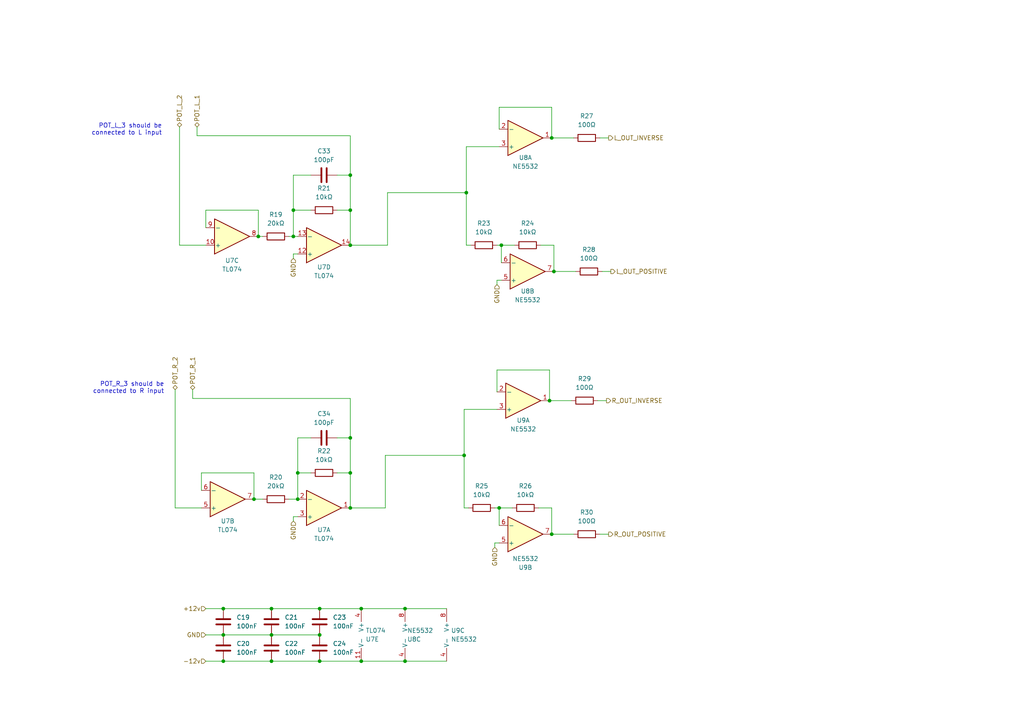
<source format=kicad_sch>
(kicad_sch (version 20250114) (generator "eeschema") (generator_version "9.0")
  (paper "A4")
  (title_block (title "Output") (date "2024-03-18") (rev "v1.1") (company "Free Modular"))
  (lib_symbols
    (symbol "Amplifier_Operational:NE5532" (pin_names (offset 0.127))
      (property "Reference" "U" (at 0 5.08 0))
      (property "Value" "NE5532" (at 0 -5.08 0))
      (symbol "NE5532_1_1"
        (polyline (pts (xy -5.08 5.08) (xy 5.08 0) (xy -5.08 -5.08) (xy -5.08 5.08)) (stroke (width 0.254)) (fill (type background)))
        (pin input line (at -7.62 2.54 0) (length 2.54) (name "+") (number "3"))
        (pin input line (at -7.62 -2.54 0) (length 2.54) (name "-") (number "2"))
        (pin output line (at 7.62 0 180) (length 2.54) (name "~") (number "1"))
      )
      (symbol "NE5532_2_1"
        (polyline (pts (xy -5.08 5.08) (xy 5.08 0) (xy -5.08 -5.08) (xy -5.08 5.08)) (stroke (width 0.254)) (fill (type background)))
        (pin input line (at -7.62 2.54 0) (length 2.54) (name "+") (number "5"))
        (pin input line (at -7.62 -2.54 0) (length 2.54) (name "-") (number "6"))
        (pin output line (at 7.62 0 180) (length 2.54) (name "~") (number "7"))
      )
      (symbol "NE5532_3_1"
        (pin power_in line (at -2.54 7.62 270) (length 3.81) (name "V+") (number "8"))
        (pin power_in line (at -2.54 -7.62 90) (length 3.81) (name "V-") (number "4"))
      )
    )
    (symbol "Amplifier_Operational:TL074" (pin_names (offset 0.127))
      (property "Reference" "U" (at 0 5.08 0))
      (property "Value" "TL074" (at 0 -5.08 0))
      (symbol "TL074_1_1"
        (polyline (pts (xy -5.08 5.08) (xy 5.08 0) (xy -5.08 -5.08) (xy -5.08 5.08)) (stroke (width 0.254)) (fill (type background)))
        (pin input line (at -7.62 2.54 0) (length 2.54) (name "+") (number "3"))
        (pin input line (at -7.62 -2.54 0) (length 2.54) (name "-") (number "2"))
        (pin output line (at 7.62 0 180) (length 2.54) (name "~") (number "1"))
      )
      (symbol "TL074_2_1"
        (polyline (pts (xy -5.08 5.08) (xy 5.08 0) (xy -5.08 -5.08) (xy -5.08 5.08)) (stroke (width 0.254)) (fill (type background)))
        (pin input line (at -7.62 2.54 0) (length 2.54) (name "+") (number "5"))
        (pin input line (at -7.62 -2.54 0) (length 2.54) (name "-") (number "6"))
        (pin output line (at 7.62 0 180) (length 2.54) (name "~") (number "7"))
      )
      (symbol "TL074_3_1"
        (polyline (pts (xy -5.08 5.08) (xy 5.08 0) (xy -5.08 -5.08) (xy -5.08 5.08)) (stroke (width 0.254)) (fill (type background)))
        (pin input line (at -7.62 2.54 0) (length 2.54) (name "+") (number "10"))
        (pin input line (at -7.62 -2.54 0) (length 2.54) (name "-") (number "9"))
        (pin output line (at 7.62 0 180) (length 2.54) (name "~") (number "8"))
      )
      (symbol "TL074_4_1"
        (polyline (pts (xy -5.08 5.08) (xy 5.08 0) (xy -5.08 -5.08) (xy -5.08 5.08)) (stroke (width 0.254)) (fill (type background)))
        (pin input line (at -7.62 2.54 0) (length 2.54) (name "+") (number "12"))
        (pin input line (at -7.62 -2.54 0) (length 2.54) (name "-") (number "13"))
        (pin output line (at 7.62 0 180) (length 2.54) (name "~") (number "14"))
      )
      (symbol "TL074_5_1"
        (pin power_in line (at -2.54 7.62 270) (length 3.81) (name "V+") (number "4"))
        (pin power_in line (at -2.54 -7.62 90) (length 3.81) (name "V-") (number "11"))
      )
    )
    (symbol "Device:C" (pin_numbers (hide yes)) (pin_names (offset 0.254))
      (property "Reference" "C" (at 0.635 2.54 0))
      (property "Value" "C" (at 0.635 -2.54 0))
      (symbol "C_0_1"
        (polyline (pts (xy -2.032 0.762) (xy 2.032 0.762)) (stroke (width 0.508)))
        (polyline (pts (xy -2.032 -0.762) (xy 2.032 -0.762)) (stroke (width 0.508)))
      )
      (symbol "C_1_1"
        (pin passive line (at 0 3.81 270) (length 2.794) (name "~") (number "1"))
        (pin passive line (at 0 -3.81 90) (length 2.794) (name "~") (number "2"))
      )
    )
    (symbol "Device:R" (pin_numbers (hide yes)) (pin_names (offset 0))
      (property "Reference" "R" (at 2.032 0 90))
      (property "Value" "R" (at 0 0 90))
      (symbol "R_0_1"
        (rectangle (start -1.016 -2.54) (end 1.016 2.54) (stroke (width 0.254)))
      )
      (symbol "R_1_1"
        (pin passive line (at 0 3.81 270) (length 1.27) (name "~") (number "1"))
        (pin passive line (at 0 -3.81 90) (length 1.27) (name "~") (number "2"))
      )
    )
  )
  (text "POT_R_3 should be\nconnected to R input" (at 47.625 114.3 0) (effects (font (size 1.27 1.27)) (justify right bottom)))
  (text "POT_L_3 should be\nconnected to L input" (at 46.99 39.37 0) (effects (font (size 1.27 1.27)) (justify right bottom)))
  (junction (at 92.71 184.15))
  (junction (at 134.62 132.08))
  (junction (at 101.6 127))
  (junction (at 101.6 50.8))
  (junction (at 160.02 154.94))
  (junction (at 64.77 191.77))
  (junction (at 159.385 116.205))
  (junction (at 145.415 71.12))
  (junction (at 101.6 137.16))
  (junction (at 104.775 191.77))
  (junction (at 144.78 147.32))
  (junction (at 117.475 176.53))
  (junction (at 160.02 40.005))
  (junction (at 135.255 55.88))
  (junction (at 78.74 176.53))
  (junction (at 86.36 137.16))
  (junction (at 104.775 176.53))
  (junction (at 160.655 78.74))
  (junction (at 101.6 147.32))
  (junction (at 64.77 176.53))
  (junction (at 92.71 191.77))
  (junction (at 64.77 184.15))
  (junction (at 85.09 68.58))
  (junction (at 92.71 176.53))
  (junction (at 85.09 60.96))
  (junction (at 78.74 191.77))
  (junction (at 74.93 68.58))
  (junction (at 117.475 191.77))
  (junction (at 101.6 60.96))
  (junction (at 86.36 144.78))
  (junction (at 73.66 144.78))
  (junction (at 78.74 184.15))
  (junction (at 101.6 71.12))
  (wire (pts (xy 86.36 127) (xy 90.17 127)))
  (wire (pts (xy 134.62 118.745) (xy 144.145 118.745)))
  (wire (pts (xy 59.69 66.04) (xy 59.69 60.96)))
  (wire (pts (xy 160.02 147.32) (xy 160.02 154.94)))
  (wire (pts (xy 85.09 73.66) (xy 85.09 74.93)))
  (wire (pts (xy 112.395 55.88) (xy 135.255 55.88)))
  (wire (pts (xy 59.69 191.77) (xy 64.77 191.77)))
  (wire (pts (xy 85.09 68.58) (xy 86.36 68.58)))
  (wire (pts (xy 52.07 71.12) (xy 59.69 71.12)))
  (wire (pts (xy 97.79 50.8) (xy 101.6 50.8)))
  (wire (pts (xy 86.36 127) (xy 86.36 137.16)))
  (wire (pts (xy 59.69 176.53) (xy 64.77 176.53)))
  (wire (pts (xy 55.88 115.57) (xy 101.6 115.57)))
  (wire (pts (xy 144.78 37.465) (xy 144.78 31.115)))
  (wire (pts (xy 111.76 132.08) (xy 111.76 147.32)))
  (wire (pts (xy 174.625 78.74) (xy 177.165 78.74)))
  (wire (pts (xy 173.99 154.94) (xy 176.53 154.94)))
  (wire (pts (xy 50.8 147.32) (xy 58.42 147.32)))
  (wire (pts (xy 156.845 71.12) (xy 160.655 71.12)))
  (wire (pts (xy 144.78 31.115) (xy 160.02 31.115)))
  (wire (pts (xy 135.255 71.12) (xy 136.525 71.12)))
  (wire (pts (xy 78.74 191.77) (xy 92.71 191.77)))
  (wire (pts (xy 101.6 39.37) (xy 101.6 50.8)))
  (wire (pts (xy 57.15 36.83) (xy 57.15 39.37)))
  (wire (pts (xy 73.66 137.16) (xy 73.66 144.78)))
  (wire (pts (xy 104.775 176.53) (xy 117.475 176.53)))
  (wire (pts (xy 85.09 50.8) (xy 90.17 50.8)))
  (wire (pts (xy 143.51 147.32) (xy 144.78 147.32)))
  (wire (pts (xy 52.07 36.83) (xy 52.07 71.12)))
  (wire (pts (xy 64.77 184.15) (xy 78.74 184.15)))
  (wire (pts (xy 92.71 191.77) (xy 104.775 191.77)))
  (wire (pts (xy 134.62 147.32) (xy 135.89 147.32)))
  (wire (pts (xy 160.655 71.12) (xy 160.655 78.74)))
  (wire (pts (xy 160.02 31.115) (xy 160.02 40.005)))
  (wire (pts (xy 160.02 154.94) (xy 166.37 154.94)))
  (wire (pts (xy 85.09 149.86) (xy 85.09 151.13)))
  (wire (pts (xy 55.88 113.03) (xy 55.88 115.57)))
  (wire (pts (xy 160.655 78.74) (xy 167.005 78.74)))
  (wire (pts (xy 50.8 113.03) (xy 50.8 147.32)))
  (wire (pts (xy 85.09 73.66) (xy 86.36 73.66)))
  (wire (pts (xy 58.42 137.16) (xy 73.66 137.16)))
  (wire (pts (xy 135.255 42.545) (xy 144.78 42.545)))
  (wire (pts (xy 135.255 42.545) (xy 135.255 55.88)))
  (wire (pts (xy 101.6 71.12) (xy 112.395 71.12)))
  (wire (pts (xy 144.145 113.665) (xy 144.145 107.315)))
  (wire (pts (xy 111.76 132.08) (xy 134.62 132.08)))
  (wire (pts (xy 143.51 157.48) (xy 144.78 157.48)))
  (wire (pts (xy 134.62 132.08) (xy 134.62 147.32)))
  (wire (pts (xy 64.77 176.53) (xy 78.74 176.53)))
  (wire (pts (xy 156.21 147.32) (xy 160.02 147.32)))
  (wire (pts (xy 135.255 55.88) (xy 135.255 71.12)))
  (wire (pts (xy 85.09 60.96) (xy 90.17 60.96)))
  (wire (pts (xy 101.6 127) (xy 101.6 137.16)))
  (wire (pts (xy 97.79 127) (xy 101.6 127)))
  (wire (pts (xy 144.145 81.28) (xy 145.415 81.28)))
  (wire (pts (xy 117.475 191.77) (xy 129.54 191.77)))
  (wire (pts (xy 144.145 81.28) (xy 144.145 82.55)))
  (wire (pts (xy 144.145 71.12) (xy 145.415 71.12)))
  (wire (pts (xy 97.79 137.16) (xy 101.6 137.16)))
  (wire (pts (xy 74.93 68.58) (xy 76.2 68.58)))
  (wire (pts (xy 59.69 184.15) (xy 64.77 184.15)))
  (wire (pts (xy 134.62 118.745) (xy 134.62 132.08)))
  (wire (pts (xy 101.6 147.32) (xy 111.76 147.32)))
  (wire (pts (xy 85.09 68.58) (xy 85.09 60.96)))
  (wire (pts (xy 92.71 176.53) (xy 104.775 176.53)))
  (wire (pts (xy 57.15 39.37) (xy 101.6 39.37)))
  (wire (pts (xy 59.69 60.96) (xy 74.93 60.96)))
  (wire (pts (xy 101.6 60.96) (xy 101.6 71.12)))
  (wire (pts (xy 86.36 137.16) (xy 86.36 144.78)))
  (wire (pts (xy 117.475 176.53) (xy 129.54 176.53)))
  (wire (pts (xy 159.385 107.315) (xy 159.385 116.205)))
  (wire (pts (xy 144.78 152.4) (xy 144.78 147.32)))
  (wire (pts (xy 58.42 137.16) (xy 58.42 142.24)))
  (wire (pts (xy 173.355 116.205) (xy 175.895 116.205)))
  (wire (pts (xy 78.74 184.15) (xy 92.71 184.15)))
  (wire (pts (xy 112.395 55.88) (xy 112.395 71.12)))
  (wire (pts (xy 101.6 50.8) (xy 101.6 60.96)))
  (wire (pts (xy 159.385 116.205) (xy 165.735 116.205)))
  (wire (pts (xy 73.66 144.78) (xy 76.2 144.78)))
  (wire (pts (xy 64.77 191.77) (xy 78.74 191.77)))
  (wire (pts (xy 101.6 137.16) (xy 101.6 147.32)))
  (wire (pts (xy 160.02 40.005) (xy 166.37 40.005)))
  (wire (pts (xy 85.09 60.96) (xy 85.09 50.8)))
  (wire (pts (xy 145.415 76.2) (xy 145.415 71.12)))
  (wire (pts (xy 97.79 60.96) (xy 101.6 60.96)))
  (wire (pts (xy 144.78 147.32) (xy 148.59 147.32)))
  (wire (pts (xy 173.99 40.005) (xy 176.53 40.005)))
  (wire (pts (xy 104.775 191.77) (xy 117.475 191.77)))
  (wire (pts (xy 143.51 157.48) (xy 143.51 158.75)))
  (wire (pts (xy 101.6 115.57) (xy 101.6 127)))
  (wire (pts (xy 85.09 149.86) (xy 86.36 149.86)))
  (wire (pts (xy 74.93 60.96) (xy 74.93 68.58)))
  (wire (pts (xy 145.415 71.12) (xy 149.225 71.12)))
  (wire (pts (xy 83.82 144.78) (xy 86.36 144.78)))
  (wire (pts (xy 86.36 137.16) (xy 90.17 137.16)))
  (wire (pts (xy 78.74 176.53) (xy 92.71 176.53)))
  (wire (pts (xy 144.145 107.315) (xy 159.385 107.315)))
  (wire (pts (xy 83.82 68.58) (xy 85.09 68.58)))
  (hierarchical_label "R_OUT_POSITIVE" (shape output) (at 176.53 154.94 0))
  (hierarchical_label "+12v" (shape input) (at 59.69 176.53 180))
  (hierarchical_label "POT_R_1" (shape bidirectional) (at 55.88 113.03 90))
  (hierarchical_label "R_OUT_INVERSE" (shape output) (at 175.895 116.205 0))
  (hierarchical_label "POT_L_1" (shape bidirectional) (at 57.15 36.83 90))
  (hierarchical_label "L_OUT_INVERSE" (shape output) (at 176.53 40.005 0))
  (hierarchical_label "GND" (shape input) (at 85.09 74.93 270))
  (hierarchical_label "GND" (shape input) (at 143.51 158.75 270))
  (hierarchical_label "-12v" (shape input) (at 59.69 191.77 180))
  (hierarchical_label "POT_L_2" (shape bidirectional) (at 52.07 36.83 90))
  (hierarchical_label "POT_R_2" (shape bidirectional) (at 50.8 113.03 90))
  (hierarchical_label "GND" (shape input) (at 85.09 151.13 270))
  (hierarchical_label "GND" (shape input) (at 144.145 82.55 270))
  (hierarchical_label "L_OUT_POSITIVE" (shape output) (at 177.165 78.74 0))
  (hierarchical_label "GND" (shape input) (at 59.69 184.15 180))
  (symbol (lib_id "Device:R") (at 140.335 71.12 90) (unit 1)
    (property "Reference" "R23" (at 140.335 64.77 90))
    (property "Value" "10kΩ" (at 140.335 67.31 90))
    (property "Footprint" "Resistor_THT:R_Axial_DIN0207_L6.3mm_D2.5mm_P10.16mm_Horizontal" (effects (hide yes)))
    (property "Datasheet" "https://www.taydaelectronics.com/datasheets/files/royalohmprecisionmetalmf.pdf" (effects (hide yes)))
  )
  (symbol (lib_id "Amplifier_Operational:NE5532") (at 132.08 184.15 0) (unit 3)
    (property "Reference" "U9" (at 130.81 182.88 0) (effects (justify left)))
    (property "Value" "NE5532" (at 130.81 185.42 0) (effects (justify left)))
    (property "Footprint" "Package_DIP:DIP-8_W7.62mm" (effects (hide yes)))
    (property "Datasheet" "https://www.taydaelectronics.com/ne5532-5532-ic-dual-low-noise-op-amp.html" (effects (hide yes)))
  )
  (symbol (lib_id "Device:C") (at 92.71 187.96 180) (unit 1)
    (property "Reference" "C24" (at 96.52 186.69 0) (effects (justify right)))
    (property "Value" "100nF" (at 96.52 189.23 0) (effects (justify right)))
    (property "Footprint" "Capacitor_THT:C_Disc_D4.7mm_W2.5mm_P5.00mm" (effects (hide yes)))
    (property "Datasheet" "https://www.taydaelectronics.com/a-553-0-1uf-50v-ceramic-disc-capacitor-pkg-of-10.html" (effects (hide yes)))
  )
  (symbol (lib_id "Amplifier_Operational:TL074") (at 93.98 71.12 0) (mirror x) (unit 4)
    (property "Reference" "U7" (at 93.98 77.47 0))
    (property "Value" "TL074" (at 93.98 80.01 0))
    (property "Footprint" "Package_DIP:DIP-14_W7.62mm" (effects (hide yes)))
    (property "Datasheet" "http://www.ti.com/lit/ds/symlink/tl071.pdf" (effects (hide yes)))
  )
  (symbol (lib_id "Amplifier_Operational:TL074") (at 102.235 184.15 0) (mirror y) (unit 5)
    (property "Reference" "U7" (at 106.045 185.42 0) (effects (justify right)))
    (property "Value" "TL074" (at 106.045 182.88 0) (effects (justify right)))
    (property "Footprint" "Package_DIP:DIP-14_W7.62mm" (effects (hide yes)))
    (property "Datasheet" "http://www.ti.com/lit/ds/symlink/tl071.pdf" (effects (hide yes)))
  )
  (symbol (lib_id "Amplifier_Operational:TL074") (at 67.31 68.58 0) (mirror x) (unit 3)
    (property "Reference" "U7" (at 67.31 75.565 0))
    (property "Value" "TL074" (at 67.31 78.105 0))
    (property "Footprint" "Package_DIP:DIP-14_W7.62mm" (effects (hide yes)))
    (property "Datasheet" "http://www.ti.com/lit/ds/symlink/tl071.pdf" (effects (hide yes)))
  )
  (symbol (lib_id "Amplifier_Operational:NE5532") (at 151.765 116.205 0) (mirror x) (unit 1)
    (property "Reference" "U9" (at 151.765 121.92 0))
    (property "Value" "NE5532" (at 151.765 124.46 0))
    (property "Footprint" "Package_DIP:DIP-8_W7.62mm" (effects (hide yes)))
    (property "Datasheet" "https://www.taydaelectronics.com/ne5532-5532-ic-dual-low-noise-op-amp.html" (effects (hide yes)))
  )
  (symbol (lib_id "Device:C") (at 64.77 180.34 180) (unit 1)
    (property "Reference" "C19" (at 68.58 179.07 0) (effects (justify right)))
    (property "Value" "100nF" (at 68.58 181.61 0) (effects (justify right)))
    (property "Footprint" "Capacitor_THT:C_Disc_D4.7mm_W2.5mm_P5.00mm" (effects (hide yes)))
    (property "Datasheet" "https://www.taydaelectronics.com/a-553-0-1uf-50v-ceramic-disc-capacitor-pkg-of-10.html" (effects (hide yes)))
  )
  (symbol (lib_id "Amplifier_Operational:NE5532") (at 153.035 78.74 0) (mirror x) (unit 2)
    (property "Reference" "U8" (at 153.035 84.455 0))
    (property "Value" "NE5532" (at 153.035 86.995 0))
    (property "Footprint" "Package_DIP:DIP-8_W7.62mm" (effects (hide yes)))
    (property "Datasheet" "https://www.taydaelectronics.com/ne5532-5532-ic-dual-low-noise-op-amp.html" (effects (hide yes)))
  )
  (symbol (lib_id "Device:C") (at 64.77 187.96 180) (unit 1)
    (property "Reference" "C20" (at 68.58 186.69 0) (effects (justify right)))
    (property "Value" "100nF" (at 68.58 189.23 0) (effects (justify right)))
    (property "Footprint" "Capacitor_THT:C_Disc_D4.7mm_W2.5mm_P5.00mm" (effects (hide yes)))
    (property "Datasheet" "https://www.taydaelectronics.com/a-553-0-1uf-50v-ceramic-disc-capacitor-pkg-of-10.html" (effects (hide yes)))
  )
  (symbol (lib_id "Device:R") (at 152.4 147.32 90) (unit 1)
    (property "Reference" "R26" (at 152.4 140.97 90))
    (property "Value" "10kΩ" (at 152.4 143.51 90))
    (property "Footprint" "Resistor_THT:R_Axial_DIN0207_L6.3mm_D2.5mm_P10.16mm_Horizontal" (effects (hide yes)))
    (property "Datasheet" "https://www.taydaelectronics.com/datasheets/files/royalohmprecisionmetalmf.pdf" (effects (hide yes)))
  )
  (symbol (lib_id "Device:R") (at 93.98 137.16 90) (unit 1)
    (property "Reference" "R22" (at 93.98 130.81 90))
    (property "Value" "10kΩ" (at 93.98 133.35 90))
    (property "Footprint" "Resistor_THT:R_Axial_DIN0207_L6.3mm_D2.5mm_P10.16mm_Horizontal" (effects (hide yes)))
    (property "Datasheet" "https://www.taydaelectronics.com/datasheets/files/royalohmprecisionmetalmf.pdf" (effects (hide yes)))
  )
  (symbol (lib_id "Device:R") (at 170.815 78.74 90) (unit 1)
    (property "Reference" "R28" (at 170.815 72.39 90))
    (property "Value" "100Ω" (at 170.815 74.93 90))
    (property "Footprint" "Resistor_THT:R_Axial_DIN0207_L6.3mm_D2.5mm_P10.16mm_Horizontal" (effects (hide yes)))
    (property "Datasheet" "reichelt" (effects (hide yes)))
  )
  (symbol (lib_id "Amplifier_Operational:TL074") (at 93.98 147.32 0) (mirror x) (unit 1)
    (property "Reference" "U7" (at 93.98 153.67 0))
    (property "Value" "TL074" (at 93.98 156.21 0))
    (property "Footprint" "Package_DIP:DIP-14_W7.62mm" (effects (hide yes)))
    (property "Datasheet" "http://www.ti.com/lit/ds/symlink/tl071.pdf" (effects (hide yes)))
  )
  (symbol (lib_id "Device:R") (at 169.545 116.205 90) (unit 1)
    (property "Reference" "R29" (at 169.545 109.855 90))
    (property "Value" "100Ω" (at 169.545 112.395 90))
    (property "Footprint" "Resistor_THT:R_Axial_DIN0207_L6.3mm_D2.5mm_P10.16mm_Horizontal" (effects (hide yes)))
    (property "Datasheet" "reichelt" (effects (hide yes)))
  )
  (symbol (lib_id "Device:R") (at 80.01 68.58 90) (unit 1)
    (property "Reference" "R19" (at 80.01 62.23 90))
    (property "Value" "20kΩ" (at 80.01 64.77 90))
    (property "Footprint" "Resistor_THT:R_Axial_DIN0207_L6.3mm_D2.5mm_P10.16mm_Horizontal" (effects (hide yes)))
    (property "Datasheet" "https://www.taydaelectronics.com/datasheets/files/royalohmprecisionmetalmf.pdf" (effects (hide yes)))
  )
  (symbol (lib_id "Device:R") (at 93.98 60.96 90) (unit 1)
    (property "Reference" "R21" (at 93.98 54.61 90))
    (property "Value" "10kΩ" (at 93.98 57.15 90))
    (property "Footprint" "Resistor_THT:R_Axial_DIN0207_L6.3mm_D2.5mm_P10.16mm_Horizontal" (effects (hide yes)))
    (property "Datasheet" "https://www.taydaelectronics.com/datasheets/files/royalohmprecisionmetalmf.pdf" (effects (hide yes)))
  )
  (symbol (lib_id "Amplifier_Operational:NE5532") (at 152.4 40.005 0) (mirror x) (unit 1)
    (property "Reference" "U8" (at 152.4 45.72 0))
    (property "Value" "NE5532" (at 152.4 48.26 0))
    (property "Footprint" "Package_DIP:DIP-8_W7.62mm" (effects (hide yes)))
    (property "Datasheet" "https://www.taydaelectronics.com/ne5532-5532-ic-dual-low-noise-op-amp.html" (effects (hide yes)))
  )
  (symbol (lib_id "Device:C") (at 78.74 187.96 180) (unit 1)
    (property "Reference" "C22" (at 82.55 186.69 0) (effects (justify right)))
    (property "Value" "100nF" (at 82.55 189.23 0) (effects (justify right)))
    (property "Footprint" "Capacitor_THT:C_Disc_D4.7mm_W2.5mm_P5.00mm" (effects (hide yes)))
    (property "Datasheet" "https://www.taydaelectronics.com/a-553-0-1uf-50v-ceramic-disc-capacitor-pkg-of-10.html" (effects (hide yes)))
  )
  (symbol (lib_id "Device:R") (at 153.035 71.12 90) (unit 1)
    (property "Reference" "R24" (at 153.035 64.77 90))
    (property "Value" "10kΩ" (at 153.035 67.31 90))
    (property "Footprint" "Resistor_THT:R_Axial_DIN0207_L6.3mm_D2.5mm_P10.16mm_Horizontal" (effects (hide yes)))
    (property "Datasheet" "https://www.taydaelectronics.com/datasheets/files/royalohmprecisionmetalmf.pdf" (effects (hide yes)))
  )
  (symbol (lib_id "Device:C") (at 78.74 180.34 180) (unit 1)
    (property "Reference" "C21" (at 82.55 179.07 0) (effects (justify right)))
    (property "Value" "100nF" (at 82.55 181.61 0) (effects (justify right)))
    (property "Footprint" "Capacitor_THT:C_Disc_D4.7mm_W2.5mm_P5.00mm" (effects (hide yes)))
    (property "Datasheet" "https://www.taydaelectronics.com/a-553-0-1uf-50v-ceramic-disc-capacitor-pkg-of-10.html" (effects (hide yes)))
  )
  (symbol (lib_id "Amplifier_Operational:NE5532") (at 152.4 154.94 0) (mirror x) (unit 2)
    (property "Reference" "U9" (at 152.4 164.592 0))
    (property "Value" "NE5532" (at 152.4 162.052 0))
    (property "Footprint" "Package_DIP:DIP-8_W7.62mm" (effects (hide yes)))
    (property "Datasheet" "https://www.taydaelectronics.com/ne5532-5532-ic-dual-low-noise-op-amp.html" (effects (hide yes)))
  )
  (symbol (lib_id "Device:R") (at 170.18 154.94 90) (unit 1)
    (property "Reference" "R30" (at 170.18 148.59 90))
    (property "Value" "100Ω" (at 170.18 151.13 90))
    (property "Footprint" "Resistor_THT:R_Axial_DIN0207_L6.3mm_D2.5mm_P10.16mm_Horizontal" (effects (hide yes)))
    (property "Datasheet" "reichelt" (effects (hide yes)))
  )
  (symbol (lib_id "Amplifier_Operational:NE5532") (at 114.935 184.15 0) (mirror y) (unit 3)
    (property "Reference" "U8" (at 118.11 185.42 0) (effects (justify right)))
    (property "Value" "NE5532" (at 118.11 182.88 0) (effects (justify right)))
    (property "Footprint" "Package_DIP:DIP-8_W7.62mm" (effects (hide yes)))
    (property "Datasheet" "https://www.taydaelectronics.com/ne5532-5532-ic-dual-low-noise-op-amp.html" (effects (hide yes)))
  )
  (symbol (lib_id "Device:C") (at 93.98 127 90) (unit 1)
    (property "Reference" "C34" (at 93.98 120.015 90))
    (property "Value" "100pF" (at 93.98 122.555 90))
    (property "Footprint" "Capacitor_THT:C_Disc_D4.7mm_W2.5mm_P5.00mm" (effects (hide yes)))
    (property "Datasheet" "https://www.taydaelectronics.com/10-x-100pf-50v-ceramic-disc-capacitor-pkg-of-10.html" (effects (hide yes)))
  )
  (symbol (lib_id "Amplifier_Operational:TL074") (at 66.04 144.78 0) (mirror x) (unit 2)
    (property "Reference" "U7" (at 66.04 151.13 0))
    (property "Value" "TL074" (at 66.04 153.67 0))
    (property "Footprint" "Package_DIP:DIP-14_W7.62mm" (effects (hide yes)))
    (property "Datasheet" "http://www.ti.com/lit/ds/symlink/tl071.pdf" (effects (hide yes)))
  )
  (symbol (lib_id "Device:R") (at 80.01 144.78 90) (unit 1)
    (property "Reference" "R20" (at 80.01 138.43 90))
    (property "Value" "20kΩ" (at 80.01 140.97 90))
    (property "Footprint" "Resistor_THT:R_Axial_DIN0207_L6.3mm_D2.5mm_P10.16mm_Horizontal" (effects (hide yes)))
    (property "Datasheet" "https://www.taydaelectronics.com/datasheets/files/royalohmprecisionmetalmf.pdf" (effects (hide yes)))
  )
  (symbol (lib_id "Device:C") (at 93.98 50.8 90) (unit 1)
    (property "Reference" "C33" (at 93.98 43.815 90))
    (property "Value" "100pF" (at 93.98 46.355 90))
    (property "Footprint" "Capacitor_THT:C_Disc_D4.7mm_W2.5mm_P5.00mm" (effects (hide yes)))
    (property "Datasheet" "https://www.taydaelectronics.com/10-x-100pf-50v-ceramic-disc-capacitor-pkg-of-10.html" (effects (hide yes)))
  )
  (symbol (lib_id "Device:R") (at 139.7 147.32 90) (unit 1)
    (property "Reference" "R25" (at 139.7 140.97 90))
    (property "Value" "10kΩ" (at 139.7 143.51 90))
    (property "Footprint" "Resistor_THT:R_Axial_DIN0207_L6.3mm_D2.5mm_P10.16mm_Horizontal" (effects (hide yes)))
    (property "Datasheet" "https://www.taydaelectronics.com/datasheets/files/royalohmprecisionmetalmf.pdf" (effects (hide yes)))
  )
  (symbol (lib_id "Device:C") (at 92.71 180.34 180) (unit 1)
    (property "Reference" "C23" (at 96.52 179.07 0) (effects (justify right)))
    (property "Value" "100nF" (at 96.52 181.61 0) (effects (justify right)))
    (property "Footprint" "Capacitor_THT:C_Disc_D4.7mm_W2.5mm_P5.00mm" (effects (hide yes)))
    (property "Datasheet" "https://www.taydaelectronics.com/a-553-0-1uf-50v-ceramic-disc-capacitor-pkg-of-10.html" (effects (hide yes)))
  )
  (symbol (lib_id "Device:R") (at 170.18 40.005 90) (unit 1)
    (property "Reference" "R27" (at 170.18 33.655 90))
    (property "Value" "100Ω" (at 170.18 36.195 90))
    (property "Footprint" "Resistor_THT:R_Axial_DIN0207_L6.3mm_D2.5mm_P10.16mm_Horizontal" (effects (hide yes)))
    (property "Datasheet" "reichelt" (effects (hide yes)))
  )
)
</source>
